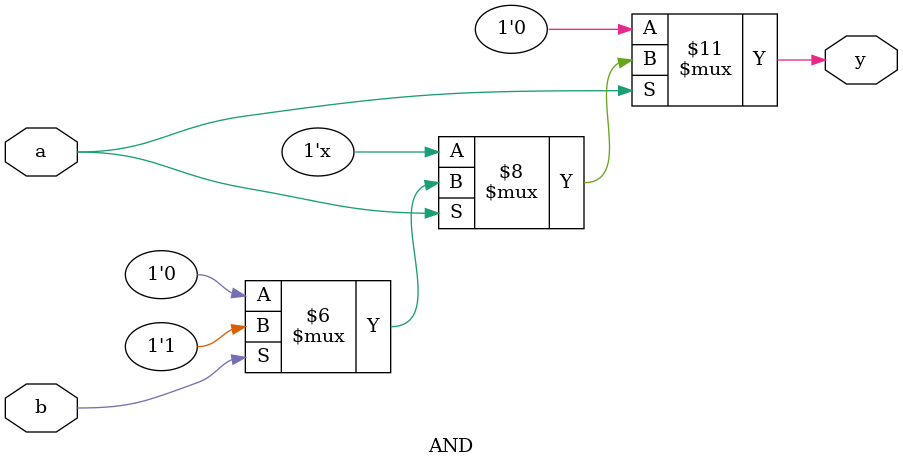
<source format=sv>
module AND(input logic a, b, output logic y);
    always_comb begin
        y = 0;
        if (a == 1)
            if (b == 1)
                y = 1;
    end
endmodule
</source>
